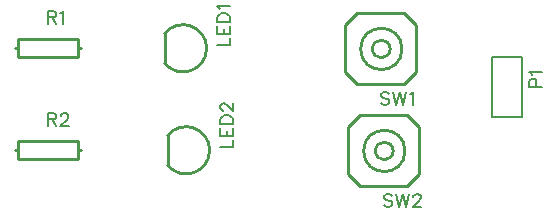
<source format=gto>
G04 ---------------------------- Layer name :TOP SILK LAYER*
G04 EasyEDA v5.8.19, Thu, 25 Oct 2018 08:31:33 GMT*
G04 2e5d9beedaa44debafd178f78d873103*
G04 Gerber Generator version 0.2*
G04 Scale: 100 percent, Rotated: No, Reflected: No *
G04 Dimensions in millimeters *
G04 leading zeros omitted , absolute positions ,3 integer and 3 decimal *
%FSLAX33Y33*%
%MOMM*%
G90*
G71D02*

%ADD10C,0.254000*%
%ADD16C,0.203200*%
%ADD17C,0.177800*%

%LPD*%
G54D16*
G01X50292Y9906D02*
G01X47777Y9906D01*
G01X47777Y14986D01*
G01X50292Y14986D01*
G01X50292Y9906D01*
G54D10*
G01X20066Y17018D02*
G01X20060Y14470D01*
G01X20320Y8382D02*
G01X20314Y5834D01*
G01X7620Y16510D02*
G01X12700Y16510D01*
G01X12700Y16510D02*
G01X12700Y15748D01*
G01X12700Y15748D02*
G01X12700Y14986D01*
G01X12700Y14986D02*
G01X7620Y14986D01*
G01X7620Y14986D02*
G01X7620Y15748D01*
G01X7620Y15748D02*
G01X7620Y16510D01*
G01X12700Y15748D02*
G01X12954Y15748D01*
G01X7620Y15748D02*
G01X7366Y15748D01*
G01X7620Y7874D02*
G01X12700Y7874D01*
G01X12700Y7874D02*
G01X12700Y7112D01*
G01X12700Y7112D02*
G01X12700Y6350D01*
G01X12700Y6350D02*
G01X7620Y6350D01*
G01X7620Y6350D02*
G01X7620Y7112D01*
G01X7620Y7112D02*
G01X7620Y7874D01*
G01X12700Y7112D02*
G01X12954Y7112D01*
G01X7620Y7112D02*
G01X7366Y7112D01*
G01X41353Y13748D02*
G01X40353Y12748D01*
G01X36354Y12748D01*
G01X35354Y13748D01*
G01X35354Y17747D01*
G01X36354Y18747D01*
G01X40353Y18747D01*
G01X41353Y17747D01*
G01X41353Y13748D01*
G01X41607Y5112D02*
G01X40607Y4112D01*
G01X36608Y4112D01*
G01X35608Y5112D01*
G01X35608Y9111D01*
G01X36608Y10111D01*
G01X40607Y10111D01*
G01X41607Y9111D01*
G01X41607Y5112D01*
G54D17*
G01X50939Y12446D02*
G01X52029Y12446D01*
G01X50939Y12446D02*
G01X50939Y12913D01*
G01X50990Y13068D01*
G01X51041Y13121D01*
G01X51145Y13172D01*
G01X51302Y13172D01*
G01X51407Y13121D01*
G01X51457Y13068D01*
G01X51511Y12913D01*
G01X51511Y12446D01*
G01X51145Y13515D02*
G01X51094Y13619D01*
G01X50939Y13776D01*
G01X52029Y13776D01*
G01X24523Y16002D02*
G01X25613Y16002D01*
G01X25613Y16002D02*
G01X25613Y16624D01*
G01X24523Y16967D02*
G01X25613Y16967D01*
G01X24523Y16967D02*
G01X24523Y17642D01*
G01X25041Y16967D02*
G01X25041Y17383D01*
G01X25613Y16967D02*
G01X25613Y17642D01*
G01X24523Y17985D02*
G01X25613Y17985D01*
G01X24523Y17985D02*
G01X24523Y18351D01*
G01X24574Y18506D01*
G01X24678Y18610D01*
G01X24782Y18661D01*
G01X24937Y18714D01*
G01X25196Y18714D01*
G01X25354Y18661D01*
G01X25458Y18610D01*
G01X25562Y18506D01*
G01X25613Y18351D01*
G01X25613Y17985D01*
G01X24729Y19057D02*
G01X24678Y19161D01*
G01X24523Y19316D01*
G01X25613Y19316D01*
G01X24777Y7366D02*
G01X25867Y7366D01*
G01X25867Y7366D02*
G01X25867Y7988D01*
G01X24777Y8331D02*
G01X25867Y8331D01*
G01X24777Y8331D02*
G01X24777Y9006D01*
G01X25295Y8331D02*
G01X25295Y8747D01*
G01X25867Y8331D02*
G01X25867Y9006D01*
G01X24777Y9349D02*
G01X25867Y9349D01*
G01X24777Y9349D02*
G01X24777Y9715D01*
G01X24828Y9870D01*
G01X24932Y9974D01*
G01X25036Y10025D01*
G01X25191Y10078D01*
G01X25450Y10078D01*
G01X25608Y10025D01*
G01X25712Y9974D01*
G01X25816Y9870D01*
G01X25867Y9715D01*
G01X25867Y9349D01*
G01X25036Y10472D02*
G01X24983Y10472D01*
G01X24879Y10525D01*
G01X24828Y10576D01*
G01X24777Y10680D01*
G01X24777Y10888D01*
G01X24828Y10993D01*
G01X24879Y11043D01*
G01X24983Y11097D01*
G01X25087Y11097D01*
G01X25191Y11043D01*
G01X25349Y10939D01*
G01X25867Y10421D01*
G01X25867Y11148D01*
G01X10160Y18910D02*
G01X10160Y17820D01*
G01X10160Y18910D02*
G01X10627Y18910D01*
G01X10782Y18859D01*
G01X10835Y18808D01*
G01X10886Y18704D01*
G01X10886Y18600D01*
G01X10835Y18496D01*
G01X10782Y18442D01*
G01X10627Y18392D01*
G01X10160Y18392D01*
G01X10523Y18392D02*
G01X10886Y17820D01*
G01X11229Y18704D02*
G01X11333Y18755D01*
G01X11490Y18910D01*
G01X11490Y17820D01*
G01X10160Y10274D02*
G01X10160Y9184D01*
G01X10160Y10274D02*
G01X10627Y10274D01*
G01X10782Y10223D01*
G01X10835Y10172D01*
G01X10886Y10068D01*
G01X10886Y9964D01*
G01X10835Y9860D01*
G01X10782Y9806D01*
G01X10627Y9756D01*
G01X10160Y9756D01*
G01X10523Y9756D02*
G01X10886Y9184D01*
G01X11282Y10015D02*
G01X11282Y10068D01*
G01X11333Y10172D01*
G01X11386Y10223D01*
G01X11490Y10274D01*
G01X11696Y10274D01*
G01X11800Y10223D01*
G01X11854Y10172D01*
G01X11904Y10068D01*
G01X11904Y9964D01*
G01X11854Y9860D01*
G01X11750Y9702D01*
G01X11229Y9184D01*
G01X11958Y9184D01*
G01X39080Y11897D02*
G01X38976Y12001D01*
G01X38821Y12052D01*
G01X38613Y12052D01*
G01X38458Y12001D01*
G01X38354Y11897D01*
G01X38354Y11793D01*
G01X38404Y11689D01*
G01X38458Y11638D01*
G01X38562Y11584D01*
G01X38874Y11480D01*
G01X38976Y11430D01*
G01X39029Y11379D01*
G01X39080Y11275D01*
G01X39080Y11117D01*
G01X38976Y11013D01*
G01X38821Y10962D01*
G01X38613Y10962D01*
G01X38458Y11013D01*
G01X38354Y11117D01*
G01X39423Y12052D02*
G01X39684Y10962D01*
G01X39944Y12052D02*
G01X39684Y10962D01*
G01X39944Y12052D02*
G01X40203Y10962D01*
G01X40462Y12052D02*
G01X40203Y10962D01*
G01X40805Y11846D02*
G01X40909Y11897D01*
G01X41066Y12052D01*
G01X41066Y10962D01*
G01X39334Y3261D02*
G01X39230Y3365D01*
G01X39075Y3416D01*
G01X38867Y3416D01*
G01X38712Y3365D01*
G01X38608Y3261D01*
G01X38608Y3157D01*
G01X38658Y3053D01*
G01X38712Y3002D01*
G01X38816Y2948D01*
G01X39128Y2844D01*
G01X39230Y2794D01*
G01X39283Y2743D01*
G01X39334Y2639D01*
G01X39334Y2481D01*
G01X39230Y2377D01*
G01X39075Y2326D01*
G01X38867Y2326D01*
G01X38712Y2377D01*
G01X38608Y2481D01*
G01X39677Y3416D02*
G01X39938Y2326D01*
G01X40198Y3416D02*
G01X39938Y2326D01*
G01X40198Y3416D02*
G01X40457Y2326D01*
G01X40716Y3416D02*
G01X40457Y2326D01*
G01X41112Y3157D02*
G01X41112Y3210D01*
G01X41163Y3314D01*
G01X41216Y3365D01*
G01X41320Y3416D01*
G01X41529Y3416D01*
G01X41630Y3365D01*
G01X41683Y3314D01*
G01X41734Y3210D01*
G01X41734Y3106D01*
G01X41683Y3002D01*
G01X41579Y2844D01*
G01X41059Y2326D01*
G01X41788Y2326D01*
G54D10*
G75*
G01X20066Y14483D02*
G3X20066Y17017I1547J1267D01*
G01*
G75*
G01X20320Y5847D02*
G3X20320Y8381I1547J1267D01*
G01*
G75*
G01X39149Y15700D02*
G03X39149Y15700I-749J0D01*
G01*
G75*
G01X40150Y15700D02*
G03X40150Y15700I-1750J0D01*
G01*
G75*
G01X39403Y7064D02*
G03X39403Y7064I-749J0D01*
G01*
G75*
G01X40404Y7064D02*
G03X40404Y7064I-1750J0D01*
G01*
M00*
M02*

</source>
